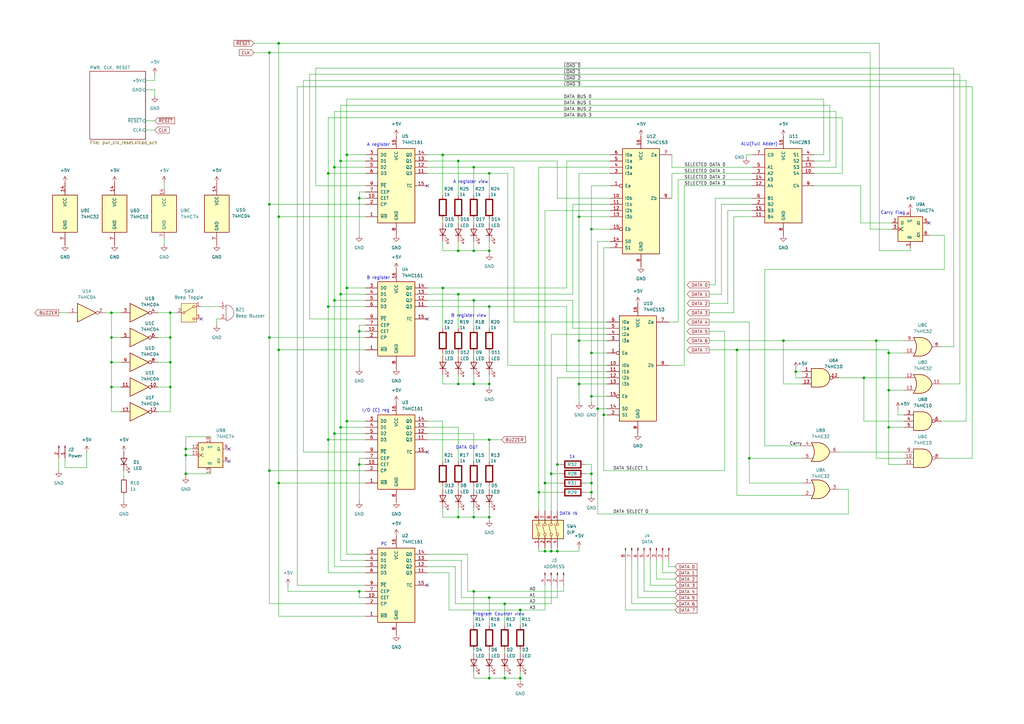
<source format=kicad_sch>
(kicad_sch (version 20231120) (generator "eeschema") (generator_version "8.0")
  (paper "A3")
  (title_block (title "TD4 Logic Diagram") (date "2024-08-14") (rev "3") (company "nikatech"))
  (junction (at 242.57 198.12))
  (junction (at 76.2 184.15))
  (junction (at 114.3 88.9))
  (junction (at 200.66 278.13))
  (junction (at 245.11 167.64))
  (junction (at 147.32 81.28))
  (junction (at 76.2 194.31))
  (junction (at 200.66 102.87))
  (junction (at 139.7 66.04))
  (junction (at 200.66 71.12))
  (junction (at 45.72 158.75))
  (junction (at 226.06 194.31))
  (junction (at 302.26 143.51))
  (junction (at 207.01 278.13))
  (junction (at 364.49 144.78))
  (junction (at 200.66 157.48))
  (junction (at 187.96 66.04))
  (junction (at 242.57 93.98))
  (junction (at 142.24 118.11))
  (junction (at 114.3 17.78))
  (junction (at 364.49 160.02))
  (junction (at 114.3 198.12))
  (junction (at 194.31 123.19))
  (junction (at 110.49 193.04))
  (junction (at 110.49 21.59))
  (junction (at 69.85 148.59))
  (junction (at 237.49 88.9))
  (junction (at 200.66 212.09))
  (junction (at 200.66 245.11))
  (junction (at 187.96 157.48))
  (junction (at 223.52 198.12))
  (junction (at 45.72 138.43))
  (junction (at 110.49 83.82))
  (junction (at 321.31 139.7))
  (junction (at 76.2 186.69))
  (junction (at 247.65 170.18))
  (junction (at 226.06 226.06))
  (junction (at 354.33 154.94))
  (junction (at 69.85 158.75))
  (junction (at 237.49 157.48))
  (junction (at 137.16 68.58))
  (junction (at 237.49 139.7))
  (junction (at 194.31 102.87))
  (junction (at 181.61 118.11))
  (junction (at 187.96 212.09))
  (junction (at 137.16 123.19))
  (junction (at 181.61 63.5))
  (junction (at 307.34 187.96))
  (junction (at 134.62 125.73))
  (junction (at 207.01 247.65))
  (junction (at 147.32 190.5))
  (junction (at 242.57 144.78))
  (junction (at 134.62 71.12))
  (junction (at 142.24 63.5))
  (junction (at 139.7 120.65))
  (junction (at 359.41 139.7))
  (junction (at 187.96 120.65))
  (junction (at 134.62 180.34))
  (junction (at 114.3 143.51))
  (junction (at 69.85 138.43))
  (junction (at 326.39 152.4))
  (junction (at 223.52 226.06))
  (junction (at 147.32 242.57))
  (junction (at 45.72 148.59))
  (junction (at 228.6 226.06))
  (junction (at 220.98 201.93))
  (junction (at 194.31 242.57))
  (junction (at 242.57 201.93))
  (junction (at 45.72 128.27))
  (junction (at 139.7 175.26))
  (junction (at 228.6 190.5))
  (junction (at 69.85 128.27))
  (junction (at 213.36 278.13))
  (junction (at 242.57 162.56))
  (junction (at 194.31 157.48))
  (junction (at 194.31 68.58))
  (junction (at 147.32 135.89))
  (junction (at 194.31 212.09))
  (junction (at 110.49 138.43))
  (junction (at 187.96 102.87))
  (junction (at 242.57 194.31))
  (junction (at 213.36 250.19))
  (junction (at 142.24 172.72))
  (junction (at 200.66 125.73))
  (junction (at 137.16 177.8))
  (junction (at 364.49 175.26))
  (junction (at 200.66 180.34))
  (no_connect (at 175.26 130.81))
  (no_connect (at 175.26 76.2))
  (no_connect (at 93.98 184.15))
  (no_connect (at 93.98 189.23))
  (no_connect (at 381 91.44))
  (no_connect (at 175.26 240.03))
  (no_connect (at 82.55 130.81))
  (no_connect (at 175.26 185.42))
  (wire (pts (xy 59.69 33.02) (xy 63.5 33.02)))
  (wire (pts (xy 269.24 229.87) (xy 269.24 237.49)))
  (wire (pts (xy 69.85 138.43) (xy 64.77 138.43)))
  (wire (pts (xy 313.69 182.88) (xy 328.93 182.88)))
  (wire (pts (xy 370.84 175.26) (xy 364.49 175.26)))
  (wire (pts (xy 242.57 93.98) (xy 250.19 93.98)))
  (wire (pts (xy 194.31 242.57) (xy 194.31 256.54)))
  (wire (pts (xy 337.82 63.5) (xy 337.82 40.64)))
  (wire (pts (xy 147.32 133.35) (xy 147.32 135.89)))
  (wire (pts (xy 200.66 125.73) (xy 232.41 125.73)))
  (wire (pts (xy 186.69 232.41) (xy 186.69 247.65)))
  (wire (pts (xy 353.06 91.44) (xy 365.76 91.44)))
  (wire (pts (xy 63.5 36.83) (xy 63.5 39.37)))
  (wire (pts (xy 373.38 102.87) (xy 360.68 102.87)))
  (wire (pts (xy 147.32 78.74) (xy 147.32 81.28)))
  (wire (pts (xy 326.39 151.13) (xy 326.39 152.4)))
  (wire (pts (xy 220.98 226.06) (xy 223.52 226.06)))
  (wire (pts (xy 200.66 180.34) (xy 200.66 189.23)))
  (wire (pts (xy 334.01 68.58) (xy 342.9 68.58)))
  (wire (pts (xy 76.2 179.07) (xy 76.2 184.15)))
  (wire (pts (xy 278.13 73.66) (xy 308.61 73.66)))
  (wire (pts (xy 234.95 123.19) (xy 234.95 134.62)))
  (wire (pts (xy 208.28 149.86) (xy 248.92 149.86)))
  (wire (pts (xy 280.67 76.2) (xy 308.61 76.2)))
  (wire (pts (xy 247.65 101.6) (xy 247.65 170.18)))
  (wire (pts (xy 293.37 81.28) (xy 308.61 81.28)))
  (wire (pts (xy 69.85 128.27) (xy 64.77 128.27)))
  (wire (pts (xy 189.23 245.11) (xy 200.66 245.11)))
  (wire (pts (xy 387.35 96.52) (xy 387.35 110.49)))
  (wire (pts (xy 200.66 157.48) (xy 194.31 157.48)))
  (wire (pts (xy 43.18 128.27) (xy 45.72 128.27)))
  (wire (pts (xy 213.36 275.59) (xy 213.36 278.13)))
  (wire (pts (xy 210.82 132.08) (xy 248.92 132.08)))
  (wire (pts (xy 69.85 138.43) (xy 69.85 148.59)))
  (wire (pts (xy 213.36 250.19) (xy 213.36 256.54)))
  (wire (pts (xy 290.83 128.27) (xy 300.99 128.27)))
  (wire (pts (xy 261.62 245.11) (xy 276.86 245.11)))
  (wire (pts (xy 200.66 144.78) (xy 200.66 146.05)))
  (wire (pts (xy 242.57 144.78) (xy 242.57 162.56)))
  (wire (pts (xy 360.68 102.87) (xy 360.68 17.78)))
  (wire (pts (xy 386.08 172.72) (xy 396.24 172.72)))
  (wire (pts (xy 200.66 278.13) (xy 194.31 278.13)))
  (wire (pts (xy 391.16 27.94) (xy 391.16 142.24)))
  (wire (pts (xy 142.24 172.72) (xy 142.24 118.11)))
  (wire (pts (xy 297.18 135.89) (xy 297.18 193.04)))
  (wire (pts (xy 242.57 144.78) (xy 248.92 144.78)))
  (wire (pts (xy 194.31 153.67) (xy 194.31 157.48)))
  (wire (pts (xy 232.41 118.11) (xy 232.41 66.04)))
  (wire (pts (xy 334.01 63.5) (xy 337.82 63.5)))
  (wire (pts (xy 228.6 226.06) (xy 237.49 226.06)))
  (wire (pts (xy 134.62 234.95) (xy 134.62 180.34)))
  (wire (pts (xy 295.91 120.65) (xy 295.91 83.82)))
  (wire (pts (xy 370.84 187.96) (xy 359.41 187.96)))
  (wire (pts (xy 200.66 208.28) (xy 200.66 212.09)))
  (wire (pts (xy 271.78 234.95) (xy 276.86 234.95)))
  (wire (pts (xy 181.61 118.11) (xy 232.41 118.11)))
  (wire (pts (xy 187.96 90.17) (xy 187.96 91.44)))
  (wire (pts (xy 181.61 153.67) (xy 181.61 157.48)))
  (wire (pts (xy 340.36 43.18) (xy 139.7 43.18)))
  (wire (pts (xy 220.98 224.79) (xy 220.98 226.06)))
  (wire (pts (xy 226.06 240.03) (xy 226.06 247.65)))
  (wire (pts (xy 118.11 240.03) (xy 118.11 242.57)))
  (wire (pts (xy 194.31 68.58) (xy 210.82 68.58)))
  (wire (pts (xy 50.8 203.2) (xy 50.8 205.74)))
  (wire (pts (xy 147.32 81.28) (xy 147.32 96.52)))
  (wire (pts (xy 76.2 194.31) (xy 76.2 195.58)))
  (wire (pts (xy 223.52 240.03) (xy 223.52 250.19)))
  (wire (pts (xy 45.72 138.43) (xy 45.72 128.27)))
  (wire (pts (xy 237.49 157.48) (xy 248.92 157.48)))
  (wire (pts (xy 213.36 266.7) (xy 213.36 267.97)))
  (wire (pts (xy 124.46 185.42) (xy 149.86 185.42)))
  (wire (pts (xy 223.52 224.79) (xy 223.52 226.06)))
  (wire (pts (xy 86.36 179.07) (xy 76.2 179.07)))
  (wire (pts (xy 184.15 250.19) (xy 213.36 250.19)))
  (wire (pts (xy 245.11 167.64) (xy 245.11 210.82)))
  (wire (pts (xy 347.98 200.66) (xy 347.98 210.82)))
  (wire (pts (xy 175.26 66.04) (xy 187.96 66.04)))
  (wire (pts (xy 234.95 83.82) (xy 250.19 83.82)))
  (wire (pts (xy 110.49 83.82) (xy 149.86 83.82)))
  (wire (pts (xy 226.06 194.31) (xy 229.87 194.31)))
  (wire (pts (xy 278.13 132.08) (xy 274.32 132.08)))
  (wire (pts (xy 250.19 71.12) (xy 237.49 71.12)))
  (wire (pts (xy 237.49 226.06) (xy 237.49 224.79)))
  (wire (pts (xy 302.26 143.51) (xy 302.26 203.2)))
  (wire (pts (xy 86.36 194.31) (xy 76.2 194.31)))
  (wire (pts (xy 110.49 193.04) (xy 110.49 247.65)))
  (wire (pts (xy 364.49 144.78) (xy 370.84 144.78)))
  (wire (pts (xy 147.32 190.5) (xy 149.86 190.5)))
  (wire (pts (xy 264.16 242.57) (xy 276.86 242.57)))
  (wire (pts (xy 340.36 66.04) (xy 340.36 43.18)))
  (wire (pts (xy 200.66 245.11) (xy 228.6 245.11)))
  (wire (pts (xy 137.16 123.19) (xy 137.16 177.8)))
  (wire (pts (xy 114.3 17.78) (xy 360.68 17.78)))
  (wire (pts (xy 370.84 172.72) (xy 354.33 172.72)))
  (wire (pts (xy 45.72 148.59) (xy 45.72 138.43)))
  (wire (pts (xy 35.56 185.42) (xy 35.56 191.77)))
  (wire (pts (xy 328.93 154.94) (xy 326.39 154.94)))
  (wire (pts (xy 35.56 191.77) (xy 26.67 191.77)))
  (wire (pts (xy 364.49 143.51) (xy 364.49 144.78)))
  (wire (pts (xy 364.49 175.26) (xy 364.49 160.02)))
  (wire (pts (xy 104.14 17.78) (xy 114.3 17.78)))
  (wire (pts (xy 226.06 224.79) (xy 226.06 226.06)))
  (wire (pts (xy 187.96 157.48) (xy 181.61 157.48)))
  (wire (pts (xy 175.26 123.19) (xy 194.31 123.19)))
  (wire (pts (xy 147.32 205.74) (xy 147.32 190.5)))
  (wire (pts (xy 321.31 157.48) (xy 328.93 157.48)))
  (wire (pts (xy 134.62 125.73) (xy 134.62 71.12)))
  (wire (pts (xy 237.49 157.48) (xy 237.49 165.1)))
  (wire (pts (xy 194.31 208.28) (xy 194.31 212.09)))
  (wire (pts (xy 266.7 229.87) (xy 266.7 240.03)))
  (wire (pts (xy 134.62 180.34) (xy 134.62 125.73)))
  (wire (pts (xy 226.06 137.16) (xy 248.92 137.16)))
  (wire (pts (xy 175.26 232.41) (xy 186.69 232.41)))
  (wire (pts (xy 354.33 172.72) (xy 354.33 154.94)))
  (wire (pts (xy 231.14 240.03) (xy 231.14 242.57)))
  (wire (pts (xy 110.49 247.65) (xy 149.86 247.65)))
  (wire (pts (xy 274.32 232.41) (xy 276.86 232.41)))
  (wire (pts (xy 137.16 68.58) (xy 149.86 68.58)))
  (wire (pts (xy 266.7 240.03) (xy 276.86 240.03)))
  (wire (pts (xy 67.31 74.93) (xy 67.31 77.47)))
  (wire (pts (xy 306.07 64.77) (xy 306.07 63.5)))
  (wire (pts (xy 391.16 27.94) (xy 129.54 27.94)))
  (wire (pts (xy 118.11 242.57) (xy 147.32 242.57)))
  (wire (pts (xy 187.96 199.39) (xy 187.96 200.66)))
  (wire (pts (xy 259.08 229.87) (xy 259.08 247.65)))
  (wire (pts (xy 200.66 125.73) (xy 200.66 134.62)))
  (wire (pts (xy 250.19 76.2) (xy 242.57 76.2)))
  (wire (pts (xy 88.9 130.81) (xy 88.9 133.35)))
  (wire (pts (xy 213.36 250.19) (xy 223.52 250.19)))
  (wire (pts (xy 207.01 278.13) (xy 200.66 278.13)))
  (wire (pts (xy 114.3 198.12) (xy 114.3 252.73)))
  (wire (pts (xy 187.96 99.06) (xy 187.96 102.87)))
  (wire (pts (xy 69.85 128.27) (xy 69.85 138.43)))
  (wire (pts (xy 250.19 68.58) (xy 220.98 68.58)))
  (wire (pts (xy 368.3 167.64) (xy 368.3 170.18)))
  (wire (pts (xy 147.32 133.35) (xy 149.86 133.35)))
  (wire (pts (xy 302.26 143.51) (xy 364.49 143.51)))
  (wire (pts (xy 313.69 110.49) (xy 313.69 182.88)))
  (wire (pts (xy 321.31 139.7) (xy 359.41 139.7)))
  (wire (pts (xy 345.44 48.26) (xy 134.62 48.26)))
  (wire (pts (xy 237.49 139.7) (xy 248.92 139.7)))
  (wire (pts (xy 127 30.48) (xy 393.7 30.48)))
  (wire (pts (xy 142.24 227.33) (xy 142.24 172.72)))
  (wire (pts (xy 194.31 144.78) (xy 194.31 146.05)))
  (wire (pts (xy 45.72 158.75) (xy 45.72 148.59)))
  (wire (pts (xy 149.86 227.33) (xy 142.24 227.33)))
  (wire (pts (xy 194.31 99.06) (xy 194.31 102.87)))
  (wire (pts (xy 326.39 154.94) (xy 326.39 152.4)))
  (wire (pts (xy 45.72 168.91) (xy 49.53 168.91)))
  (wire (pts (xy 373.38 101.6) (xy 373.38 102.87)))
  (wire (pts (xy 242.57 194.31) (xy 242.57 198.12)))
  (wire (pts (xy 250.19 99.06) (xy 245.11 99.06)))
  (wire (pts (xy 290.83 120.65) (xy 295.91 120.65)))
  (wire (pts (xy 200.66 213.36) (xy 200.66 212.09)))
  (wire (pts (xy 242.57 190.5) (xy 242.57 194.31)))
  (wire (pts (xy 247.65 170.18) (xy 247.65 193.04)))
  (wire (pts (xy 396.24 172.72) (xy 396.24 33.02)))
  (wire (pts (xy 342.9 68.58) (xy 342.9 45.72)))
  (wire (pts (xy 149.86 180.34) (xy 134.62 180.34)))
  (wire (pts (xy 261.62 229.87) (xy 261.62 245.11)))
  (wire (pts (xy 275.59 71.12) (xy 275.59 81.28)))
  (wire (pts (xy 24.13 128.27) (xy 27.94 128.27)))
  (wire (pts (xy 234.95 134.62) (xy 248.92 134.62)))
  (wire (pts (xy 269.24 237.49) (xy 276.86 237.49)))
  (wire (pts (xy 181.61 144.78) (xy 181.61 146.05)))
  (wire (pts (xy 139.7 175.26) (xy 139.7 120.65)))
  (wire (pts (xy 149.86 120.65) (xy 139.7 120.65)))
  (wire (pts (xy 274.32 149.86) (xy 280.67 149.86)))
  (wire (pts (xy 187.96 66.04) (xy 228.6 66.04)))
  (wire (pts (xy 110.49 193.04) (xy 149.86 193.04)))
  (wire (pts (xy 293.37 116.84) (xy 293.37 81.28)))
  (wire (pts (xy 147.32 242.57) (xy 147.32 245.11)))
  (wire (pts (xy 342.9 45.72) (xy 137.16 45.72)))
  (wire (pts (xy 175.26 71.12) (xy 200.66 71.12)))
  (wire (pts (xy 110.49 83.82) (xy 110.49 138.43)))
  (wire (pts (xy 181.61 172.72) (xy 181.61 189.23)))
  (wire (pts (xy 359.41 187.96) (xy 359.41 139.7)))
  (wire (pts (xy 264.16 229.87) (xy 264.16 242.57)))
  (wire (pts (xy 226.06 137.16) (xy 226.06 194.31)))
  (wire (pts (xy 298.45 86.36) (xy 308.61 86.36)))
  (wire (pts (xy 200.66 158.75) (xy 200.66 157.48)))
  (wire (pts (xy 194.31 68.58) (xy 194.31 80.01)))
  (wire (pts (xy 114.3 88.9) (xy 114.3 143.51)))
  (wire (pts (xy 175.26 175.26) (xy 187.96 175.26)))
  (wire (pts (xy 290.83 124.46) (xy 298.45 124.46)))
  (wire (pts (xy 228.6 224.79) (xy 228.6 226.06)))
  (wire (pts (xy 78.74 184.15) (xy 76.2 184.15)))
  (wire (pts (xy 232.41 125.73) (xy 232.41 152.4)))
  (wire (pts (xy 278.13 132.08) (xy 278.13 73.66)))
  (wire (pts (xy 237.49 139.7) (xy 237.49 157.48)))
  (wire (pts (xy 59.69 36.83) (xy 63.5 36.83)))
  (wire (pts (xy 149.86 234.95) (xy 134.62 234.95)))
  (wire (pts (xy 134.62 71.12) (xy 149.86 71.12)))
  (wire (pts (xy 110.49 138.43) (xy 110.49 193.04)))
  (wire (pts (xy 49.53 138.43) (xy 45.72 138.43)))
  (wire (pts (xy 240.03 190.5) (xy 242.57 190.5)))
  (wire (pts (xy 175.26 180.34) (xy 200.66 180.34)))
  (wire (pts (xy 147.32 187.96) (xy 147.32 190.5)))
  (wire (pts (xy 175.26 227.33) (xy 191.77 227.33)))
  (wire (pts (xy 147.32 81.28) (xy 149.86 81.28)))
  (wire (pts (xy 181.61 63.5) (xy 250.19 63.5)))
  (wire (pts (xy 300.99 128.27) (xy 300.99 88.9)))
  (wire (pts (xy 200.66 199.39) (xy 200.66 200.66)))
  (wire (pts (xy 149.86 118.11) (xy 142.24 118.11)))
  (wire (pts (xy 137.16 68.58) (xy 137.16 123.19)))
  (wire (pts (xy 149.86 172.72) (xy 142.24 172.72)))
  (wire (pts (xy 307.34 187.96) (xy 328.93 187.96)))
  (wire (pts (xy 45.72 148.59) (xy 49.53 148.59)))
  (wire (pts (xy 213.36 278.13) (xy 207.01 278.13)))
  (wire (pts (xy 298.45 86.36) (xy 298.45 124.46)))
  (wire (pts (xy 139.7 43.18) (xy 139.7 66.04)))
  (wire (pts (xy 45.72 168.91) (xy 45.72 158.75)))
  (wire (pts (xy 50.8 195.58) (xy 50.8 193.04)))
  (wire (pts (xy 186.69 247.65) (xy 207.01 247.65)))
  (wire (pts (xy 326.39 152.4) (xy 328.93 152.4)))
  (wire (pts (xy 200.66 275.59) (xy 200.66 278.13)))
  (wire (pts (xy 189.23 245.11) (xy 189.23 229.87)))
  (wire (pts (xy 242.57 76.2) (xy 242.57 93.98)))
  (wire (pts (xy 232.41 152.4) (xy 248.92 152.4)))
  (wire (pts (xy 149.86 232.41) (xy 137.16 232.41)))
  (wire (pts (xy 194.31 157.48) (xy 187.96 157.48)))
  (wire (pts (xy 240.03 194.31) (xy 242.57 194.31)))
  (wire (pts (xy 200.66 153.67) (xy 200.66 157.48)))
  (wire (pts (xy 175.26 63.5) (xy 181.61 63.5)))
  (wire (pts (xy 114.3 143.51) (xy 149.86 143.51)))
  (wire (pts (xy 240.03 201.93) (xy 242.57 201.93)))
  (wire (pts (xy 220.98 201.93) (xy 229.87 201.93)))
  (wire (pts (xy 226.06 226.06) (xy 228.6 226.06)))
  (wire (pts (xy 337.82 40.64) (xy 142.24 40.64)))
  (wire (pts (xy 200.66 102.87) (xy 194.31 102.87)))
  (wire (pts (xy 274.32 229.87) (xy 274.32 232.41)))
  (wire (pts (xy 200.66 180.34) (xy 205.74 180.34)))
  (wire (pts (xy 24.13 187.96) (xy 24.13 193.04)))
  (wire (pts (xy 187.96 120.65) (xy 234.95 120.65)))
  (wire (pts (xy 200.66 90.17) (xy 200.66 91.44)))
  (wire (pts (xy 200.66 99.06) (xy 200.66 102.87)))
  (wire (pts (xy 127 30.48) (xy 127 130.81)))
  (wire (pts (xy 142.24 63.5) (xy 149.86 63.5)))
  (wire (pts (xy 194.31 90.17) (xy 194.31 91.44)))
  (wire (pts (xy 228.6 154.94) (xy 228.6 190.5)))
  (wire (pts (xy 194.31 266.7) (xy 194.31 267.97)))
  (wire (pts (xy 142.24 118.11) (xy 142.24 63.5)))
  (wire (pts (xy 334.01 76.2) (xy 353.06 76.2)))
  (wire (pts (xy 59.69 49.53) (xy 63.5 49.53)))
  (wire (pts (xy 256.54 250.19) (xy 276.86 250.19)))
  (wire (pts (xy 149.86 229.87) (xy 139.7 229.87)))
  (wire (pts (xy 237.49 88.9) (xy 237.49 139.7)))
  (wire (pts (xy 242.57 165.1) (xy 242.57 162.56)))
  (wire (pts (xy 187.96 212.09) (xy 181.61 212.09)))
  (wire (pts (xy 175.26 172.72) (xy 181.61 172.72)))
  (wire (pts (xy 387.35 110.49) (xy 313.69 110.49)))
  (wire (pts (xy 290.83 139.7) (xy 321.31 139.7)))
  (wire (pts (xy 208.28 71.12) (xy 208.28 149.86)))
  (wire (pts (xy 134.62 48.26) (xy 134.62 71.12)))
  (wire (pts (xy 69.85 128.27) (xy 72.39 128.27)))
  (wire (pts (xy 45.72 128.27) (xy 49.53 128.27)))
  (wire (pts (xy 121.92 240.03) (xy 149.86 240.03)))
  (wire (pts (xy 45.72 158.75) (xy 49.53 158.75)))
  (wire (pts (xy 26.67 191.77) (xy 26.67 187.96)))
  (wire (pts (xy 250.19 86.36) (xy 223.52 86.36)))
  (wire (pts (xy 175.26 234.95) (xy 184.15 234.95)))
  (wire (pts (xy 149.86 187.96) (xy 147.32 187.96)))
  (wire (pts (xy 175.26 229.87) (xy 189.23 229.87)))
  (wire (pts (xy 194.31 102.87) (xy 187.96 102.87)))
  (wire (pts (xy 237.49 88.9) (xy 250.19 88.9)))
  (wire (pts (xy 334.01 66.04) (xy 340.36 66.04)))
  (wire (pts (xy 248.92 154.94) (xy 228.6 154.94)))
  (wire (pts (xy 187.96 66.04) (xy 187.96 80.01)))
  (wire (pts (xy 175.26 120.65) (xy 187.96 120.65)))
  (wire (pts (xy 110.49 21.59) (xy 110.49 83.82)))
  (wire (pts (xy 181.61 199.39) (xy 181.61 200.66)))
  (wire (pts (xy 149.86 177.8) (xy 137.16 177.8)))
  (wire (pts (xy 334.01 71.12) (xy 345.44 71.12)))
  (wire (pts (xy 121.92 35.56) (xy 121.92 240.03)))
  (wire (pts (xy 200.66 71.12) (xy 208.28 71.12)))
  (wire (pts (xy 359.41 139.7) (xy 370.84 139.7)))
  (wire (pts (xy 228.6 240.03) (xy 228.6 245.11)))
  (wire (pts (xy 129.54 27.94) (xy 129.54 76.2)))
  (wire (pts (xy 242.57 162.56) (xy 248.92 162.56)))
  (wire (pts (xy 307.34 198.12) (xy 307.34 187.96)))
  (wire (pts (xy 242.57 93.98) (xy 242.57 144.78)))
  (wire (pts (xy 200.66 71.12) (xy 200.66 80.01)))
  (wire (pts (xy 187.96 208.28) (xy 187.96 212.09)))
  (wire (pts (xy 207.01 256.54) (xy 207.01 247.65)))
  (wire (pts (xy 280.67 149.86) (xy 280.67 76.2)))
  (wire (pts (xy 275.59 68.58) (xy 308.61 68.58)))
  (wire (pts (xy 223.52 198.12) (xy 229.87 198.12)))
  (wire (pts (xy 175.26 68.58) (xy 194.31 68.58)))
  (wire (pts (xy 69.85 148.59) (xy 64.77 148.59)))
  (wire (pts (xy 370.84 190.5) (xy 364.49 190.5)))
  (wire (pts (xy 381 96.52) (xy 387.35 96.52)))
  (wire (pts (xy 228.6 190.5) (xy 229.87 190.5)))
  (wire (pts (xy 344.17 185.42) (xy 370.84 185.42)))
  (wire (pts (xy 220.98 201.93) (xy 220.98 209.55)))
  (wire (pts (xy 187.96 144.78) (xy 187.96 146.05)))
  (wire (pts (xy 232.41 66.04) (xy 250.19 66.04)))
  (wire (pts (xy 200.66 245.11) (xy 200.66 256.54)))
  (wire (pts (xy 110.49 138.43) (xy 149.86 138.43)))
  (wire (pts (xy 184.15 234.95) (xy 184.15 250.19)))
  (wire (pts (xy 69.85 148.59) (xy 69.85 158.75)))
  (wire (pts (xy 290.83 132.08) (xy 307.34 132.08)))
  (wire (pts (xy 114.3 252.73) (xy 149.86 252.73)))
  (wire (pts (xy 370.84 160.02) (xy 364.49 160.02)))
  (wire (pts (xy 76.2 184.15) (xy 76.2 186.69)))
  (wire (pts (xy 228.6 81.28) (xy 250.19 81.28)))
  (wire (pts (xy 398.78 187.96) (xy 398.78 35.56)))
  (wire (pts (xy 223.52 198.12) (xy 223.52 209.55)))
  (wire (pts (xy 364.49 160.02) (xy 364.49 144.78)))
  (wire (pts (xy 245.11 99.06) (xy 245.11 167.64)))
  (wire (pts (xy 191.77 242.57) (xy 194.31 242.57)))
  (wire (pts (xy 275.59 63.5) (xy 275.59 68.58)))
  (wire (pts (xy 345.44 71.12) (xy 345.44 48.26)))
  (wire (pts (xy 391.16 142.24) (xy 386.08 142.24)))
  (wire (pts (xy 149.86 125.73) (xy 134.62 125.73)))
  (wire (pts (xy 200.66 212.09) (xy 194.31 212.09)))
  (wire (pts (xy 271.78 229.87) (xy 271.78 234.95)))
  (wire (pts (xy 368.3 170.18) (xy 370.84 170.18)))
  (wire (pts (xy 344.17 200.66) (xy 347.98 200.66)))
  (wire (pts (xy 353.06 76.2) (xy 353.06 91.44)))
  (wire (pts (xy 226.06 194.31) (xy 226.06 209.55)))
  (wire (pts (xy 200.66 266.7) (xy 200.66 267.97)))
  (wire (pts (xy 207.01 266.7) (xy 207.01 267.97)))
  (wire (pts (xy 149.86 123.19) (xy 137.16 123.19)))
  (wire (pts (xy 139.7 229.87) (xy 139.7 175.26)))
  (wire (pts (xy 137.16 45.72) (xy 137.16 68.58)))
  (wire (pts (xy 306.07 63.5) (xy 308.61 63.5)))
  (wire (pts (xy 386.08 187.96) (xy 398.78 187.96)))
  (wire (pts (xy 393.7 157.48) (xy 393.7 30.48)))
  (wire (pts (xy 114.3 143.51) (xy 114.3 198.12)))
  (wire (pts (xy 290.83 116.84) (xy 293.37 116.84)))
  (wire (pts (xy 245.11 167.64) (xy 248.92 167.64)))
  (wire (pts (xy 347.98 210.82) (xy 245.11 210.82)))
  (wire (pts (xy 194.31 212.09) (xy 187.96 212.09)))
  (wire (pts (xy 228.6 66.04) (xy 228.6 81.28)))
  (wire (pts (xy 356.87 21.59) (xy 356.87 93.98)))
  (wire (pts (xy 104.14 21.59) (xy 110.49 21.59)))
  (wire (pts (xy 194.31 199.39) (xy 194.31 200.66)))
  (wire (pts (xy 181.61 208.28) (xy 181.61 212.09)))
  (wire (pts (xy 69.85 158.75) (xy 69.85 168.91)))
  (wire (pts (xy 247.65 170.18) (xy 248.92 170.18)))
  (wire (pts (xy 194.31 177.8) (xy 194.31 189.23)))
  (wire (pts (xy 275.59 71.12) (xy 308.61 71.12)))
  (wire (pts (xy 237.49 71.12) (xy 237.49 88.9)))
  (wire (pts (xy 175.26 118.11) (xy 181.61 118.11)))
  (wire (pts (xy 300.99 88.9) (xy 308.61 88.9)))
  (wire (pts (xy 242.57 198.12) (xy 242.57 201.93)))
  (wire (pts (xy 181.61 90.17) (xy 181.61 91.44)))
  (wire (pts (xy 223.52 226.06) (xy 226.06 226.06)))
  (wire (pts (xy 181.61 118.11) (xy 181.61 134.62)))
  (wire (pts (xy 191.77 242.57) (xy 191.77 227.33)))
  (wire (pts (xy 290.83 143.51) (xy 302.26 143.51)))
  (wire (pts (xy 364.49 190.5) (xy 364.49 175.26)))
  (wire (pts (xy 194.31 123.19) (xy 234.95 123.19)))
  (wire (pts (xy 88.9 130.81) (xy 90.17 130.81)))
  (wire (pts (xy 69.85 168.91) (xy 64.77 168.91)))
  (wire (pts (xy 302.26 203.2) (xy 328.93 203.2)))
  (wire (pts (xy 187.96 120.65) (xy 187.96 134.62)))
  (wire (pts (xy 242.57 201.93) (xy 242.57 203.2)))
  (wire (pts (xy 181.61 99.06) (xy 181.61 102.87)))
  (wire (pts (xy 213.36 278.13) (xy 213.36 279.4)))
  (wire (pts (xy 234.95 120.65) (xy 234.95 83.82)))
  (wire (pts (xy 207.01 275.59) (xy 207.01 278.13)))
  (wire (pts (xy 110.49 21.59) (xy 356.87 21.59)))
  (wire (pts (xy 142.24 40.64) (xy 142.24 63.5)))
  (wire (pts (xy 124.46 33.02) (xy 396.24 33.02)))
  (wire (pts (xy 187.96 175.26) (xy 187.96 189.23)))
  (wire (pts (xy 207.01 247.65) (xy 226.06 247.65)))
  (wire (pts (xy 356.87 93.98) (xy 365.76 93.98)))
  (wire (pts (xy 354.33 154.94) (xy 370.84 154.94)))
  (wire (pts (xy 220.98 68.58) (xy 220.98 201.93)))
  (wire (pts (xy 59.69 53.34) (xy 63.5 53.34)))
  (wire (pts (xy 240.03 198.12) (xy 242.57 198.12)))
  (wire (pts (xy 307.34 132.08) (xy 307.34 187.96)))
  (wire (pts (xy 200.66 104.14) (xy 200.66 102.87)))
  (wire (pts (xy 187.96 153.67) (xy 187.96 157.48)))
  (wire (pts (xy 307.34 198.12) (xy 328.93 198.12)))
  (wire (pts (xy 194.31 275.59) (xy 194.31 278.13)))
  (wire (pts (xy 114.3 88.9) (xy 149.86 88.9)))
  (wire (pts (xy 210.82 68.58) (xy 210.82 132.08)))
  (wire (pts (xy 259.08 247.65) (xy 276.86 247.65)))
  (wire (pts (xy 137.16 177.8) (xy 137.16 232.41)))
  (wire (pts (xy 147.32 151.13) (xy 147.32 135.89)))
  (wire (pts (xy 175.26 125.73) (xy 200.66 125.73)))
  (wire (pts (xy 344.17 154.94) (xy 354.33 154.94)))
  (wire (pts (xy 149.86 175.26) (xy 139.7 175.26)))
  (wire (pts (xy 194.31 242.57) (xy 231.14 242.57)))
  (wire (pts (xy 124.46 33.02) (xy 124.46 185.42)))
  (wire (pts (xy 175.26 177.8) (xy 194.31 177.8)))
  (wire (pts (xy 82.55 125.73) (xy 90.17 125.73)))
  (wire (pts (xy 69.85 158.75) (xy 64.77 158.75)))
  (wire (pts (xy 121.92 35.56) (xy 398.78 35.56)))
  (wire (pts (xy 127 130.81) (xy 149.86 130.81)))
  (wire (pts (xy 67.31 100.33) (xy 67.31 97.79)))
  (wire (pts (xy 78.74 186.69) (xy 76.2 186.69)))
  (wire (pts (xy 256.54 229.87) (xy 256.54 250.19)))
  (wire (pts (xy 63.5 33.02) (xy 63.5 30.48)))
  (wire (pts (xy 139.7 120.65) (xy 139.7 66.04)))
  (wire (pts (xy 149.86 78.74) (xy 147.32 78.74)))
  (wire (pts (xy 181.61 63.5) (xy 181.61 80.01)))
  (wire (pts (xy 223.52 86.36) (xy 223.52 198.12)))
  (wire (pts (xy 247.65 193.04) (xy 297.18 193.04)))
  (wire (pts (xy 147.32 245.11) (xy 149.86 245.11)))
  (wire (pts (xy 114.3 198.12) (xy 149.86 198.12)))
  (wire (pts (xy 147.32 135.89) (xy 149.86 135.89)))
  (wire (pts (xy 129.54 76.2) (xy 149.86 76.2)))
  (wire (pts (xy 187.96 102.87) (xy 181.61 102.87)))
  (wire (pts (xy 290.83 135.89) (xy 297.18 135.89)))
  (wire (pts (xy 76.2 186.69) (xy 76.2 194.31)))
  (wire (pts (xy 321.31 139.7) (xy 321.31 157.48)))
  (wire (pts (xy 228.6 190.5) (xy 228.6 209.55)))
  (wire (pts (xy 295.91 83.82) (xy 308.61 83.82)))
  (wire (pts (xy 250.19 101.6) (xy 247.65 101.6)))
  (wire (pts (xy 114.3 17.78) (xy 114.3 88.9)))
  (wire (pts (xy 139.7 66.04) (xy 149.86 66.04)))
  (wire (pts (xy 149.86 242.57) (xy 147.32 242.57)))
  (wire (pts (xy 194.31 123.19) (xy 194.31 134.62)))
  (wire (pts (xy 386.08 157.48) (xy 393.7 157.48)))
  (text "ALU(Full Adder)" (at 311.404 59.182 0) (effects (font (size 1.27 1.27))))
  (text "A register view" (at 193.04 74.676 0) (effects (font (size 1.27 1.27))))
  (text "DATA OUT\n\n" (at 191.516 184.658 0) (effects (font (size 1.27 1.27))))
  (text "B register" (at 155.194 114.046 0) (effects (font (size 1.27 1.27))))
  (text "PC" (at 157.48 223.266 0) (effects (font (size 1.27 1.27))))
  (text "I/O (C) reg" (at 154.178 168.402 0) (effects (font (size 1.27 1.27))))
  (text "Program Counter view" (at 204.47 251.968 0) (effects (font (size 1.27 1.27))))
  (text "B register view" (at 192.278 129.54 0) (effects (font (size 1.27 1.27))))
  (text "A register" (at 155.194 59.436 0) (effects (font (size 1.27 1.27))))
  (text "DATA IN" (at 233.172 210.82 0) (effects (font (size 1.27 1.27))))
  (text "1k" (at 234.696 187.452 0) (effects (font (size 1.27 1.27))))
  (text "Carry Flag" (at 366.268 87.376 0) (effects (font (size 1.27 1.27))))
  (label "DATA BUS 2" (at 231.14 45.72 0))
  (label "SELECTED DATA 3" (at 280.67 76.2 0))
  (label "DATA BUS 3" (at 231.14 48.26 0))
  (label "~{LOAD 2}" (at 231.14 33.02 0))
  (label "SELECTED DATA 1" (at 280.67 71.12 0))
  (label "SELECTED DATA 0" (at 280.67 68.58 0))
  (label "A0" (at 217.17 242.57 0))
  (label "SELECTED DATA 2" (at 280.67 73.66 0))
  (label "A1" (at 217.17 245.11 0))
  (label "DATA BUS 0" (at 231.14 40.64 0))
  (label "A2" (at 217.17 247.65 0))
  (label "DATA BUS 1" (at 231.14 43.18 0))
  (label "~{LOAD 1}" (at 231.14 30.48 0))
  (label "~{LOAD 0}" (at 231.14 27.94 0))
  (label "Carry" (at 323.85 182.88 0))
  (label "~{LOAD 3}" (at 231.14 35.56 0))
  (label "DATA SELECT 1" (at 251.46 193.04 0))
  (label "A3" (at 217.17 250.19 0))
  (label "DATA SELECT 0" (at 251.46 210.82 0))
  (global_label "DATA 4" (shape output) (at 290.83 132.08 180) (property "Intersheetrefs" "${INTERSHEET_REFS}" (effects (hide yes))))
  (global_label "BUZZER" (shape input) (at 205.74 180.34 0) (property "Intersheetrefs" "${INTERSHEET_REFS}" (effects (hide yes))))
  (global_label "DATA 6" (shape output) (at 290.83 139.7 180) (property "Intersheetrefs" "${INTERSHEET_REFS}" (effects (hide yes))))
  (global_label "DATA 2" (shape input) (at 276.86 237.49 0) (property "Intersheetrefs" "${INTERSHEET_REFS}" (effects (hide yes))))
  (global_label "DATA 3" (shape input) (at 276.86 240.03 0) (property "Intersheetrefs" "${INTERSHEET_REFS}" (effects (hide yes))))
  (global_label "CLK" (shape input) (at 104.14 21.59 180) (property "Intersheetrefs" "${INTERSHEET_REFS}" (effects (hide yes))))
  (global_label "DATA 3" (shape output) (at 290.83 128.27 180) (property "Intersheetrefs" "${INTERSHEET_REFS}" (effects (hide yes))))
  (global_label "~{RESET}" (shape input) (at 104.14 17.78 180) (property "Intersheetrefs" "${INTERSHEET_REFS}" (effects (hide yes))))
  (global_label "DATA 5" (shape input) (at 276.86 245.11 0) (property "Intersheetrefs" "${INTERSHEET_REFS}" (effects (hide yes))))
  (global_label "DATA 2" (shape output) (at 290.83 124.46 180) (property "Intersheetrefs" "${INTERSHEET_REFS}" (effects (hide yes))))
  (global_label "DATA 5" (shape output) (at 290.83 135.89 180) (property "Intersheetrefs" "${INTERSHEET_REFS}" (effects (hide yes))))
  (global_label "DATA 0" (shape input) (at 276.86 232.41 0) (property "Intersheetrefs" "${INTERSHEET_REFS}" (effects (hide yes))))
  (global_label "DATA 4" (shape input) (at 276.86 242.57 0) (property "Intersheetrefs" "${INTERSHEET_REFS}" (effects (hide yes))))
  (global_label "BUZZER" (shape output) (at 24.13 128.27 180) (property "Intersheetrefs" "${INTERSHEET_REFS}" (effects (hide yes))))
  (global_label "DATA 1" (shape input) (at 276.86 234.95 0) (property "Intersheetrefs" "${INTERSHEET_REFS}" (effects (hide yes))))
  (global_label "DATA 1" (shape output) (at 290.83 120.65 180) (property "Intersheetrefs" "${INTERSHEET_REFS}" (effects (hide yes))))
  (global_label "DATA 6" (shape input) (at 276.86 247.65 0) (property "Intersheetrefs" "${INTERSHEET_REFS}" (effects (hide yes))))
  (global_label "~{RESET}" (shape input) (at 63.5 49.53 0) (property "Intersheetrefs" "${INTERSHEET_REFS}" (effects (hide yes))))
  (global_label "CLK" (shape input) (at 63.5 53.34 0) (property "Intersheetrefs" "${INTERSHEET_REFS}" (effects (hide yes))))
  (global_label "DATA 7" (shape output) (at 290.83 143.51 180) (property "Intersheetrefs" "${INTERSHEET_REFS}" (effects (hide yes))))
  (global_label "DATA 7" (shape input) (at 276.86 250.19 0) (property "Intersheetrefs" "${INTERSHEET_REFS}" (effects (hide yes))))
  (global_label "DATA 0" (shape output) (at 290.83 116.84 180) (property "Intersheetrefs" "${INTERSHEET_REFS}" (effects (hide yes))))
  (symbol (lib_id "power:+5V") (at 237.49 224.79 0) (unit 1)
    (property "Reference" "#PWR061" (effects (hide yes)))
    (property "Value" "+5V" (at 237.49 219.71 0))
    (property "Description" "Power symbol creates a global label with name \"+5V\"" (effects (hide yes)))
  )
  (symbol (lib_id "Device:LED") (at 200.66 95.25 90) (unit 1)
    (property "Reference" "D14" (at 201.422 89.916 90) (effects (justify right)))
    (property "Value" "LED" (at 201.422 92.456 90) (effects (justify right)))
    (property "Footprint" "LED_THT:LED_D3.0mm" (effects (hide yes)))
    (property "Description" "Light emitting diode" (effects (hide yes)))
    (property "販売ページ" "適当" (effects (hide yes)))
  )
  (symbol (lib_id "power:+5V") (at 88.9 74.93 0) (unit 1)
    (property "Reference" "#PWR010" (effects (hide yes)))
    (property "Value" "+5V" (at 88.9 69.85 0))
    (property "Description" "Power symbol creates a global label with name \"+5V\"" (effects (hide yes)))
  )
  (symbol (lib_id "PCM_Elektuur:R") (at 187.96 85.09 0) (unit 1)
    (property "Reference" "R25" (at 188.468 77.47 0) (effects (justify left)))
    (property "Value" "1k" (at 188.468 79.756 0) (effects (justify left)))
    (property "Footprint" "Resistor_THT:R_Axial_DIN0207_L6.3mm_D2.5mm_P7.62mm_Horizontal" (effects (hide yes)))
    (property "Description" "resistor" (effects (hide yes)))
    (property "Indicator" "+" (effects (hide yes)))
    (property "Rating" "W" (effects (hide yes)))
    (property "備考" "家にある" (effects (hide yes)))
    (property "販売ページ" "https://akizukidenshi.com/catalog/g/g125102/ " (effects (hide yes)))
  )
  (symbol (lib_id "PCM_Elektuur:R") (at 213.36 261.62 0) (unit 1)
    (property "Reference" "R11" (at 213.868 254 0) (effects (justify left)))
    (property "Value" "1k" (at 213.868 256.286 0) (effects (justify left)))
    (property "Footprint" "Resistor_THT:R_Axial_DIN0207_L6.3mm_D2.5mm_P7.62mm_Horizontal" (effects (hide yes)))
    (property "Description" "resistor" (effects (hide yes)))
    (property "Indicator" "+" (effects (hide yes)))
    (property "Rating" "W" (effects (hide yes)))
    (property "備考" "家にある" (effects (hide yes)))
    (property "販売ページ" "https://akizukidenshi.com/catalog/g/g125102/ " (effects (hide yes)))
  )
  (symbol (lib_id "74xx:74LS10") (at 378.46 172.72 0) (unit 2)
    (property "Reference" "U6" (at 378.4517 163.83 0))
    (property "Value" "74HC10" (at 378.4517 166.37 0))
    (property "Footprint" "Package_DIP:DIP-14_W7.62mm_Socket" (effects (hide yes)))
    (property "Datasheet" "http://www.ti.com/lit/gpn/sn74LS10" (effects (hide yes)))
    (property "Description" "Triple 3-input NAND" (effects (hide yes)))
  )
  (symbol (lib_id "power:+5V") (at 67.31 74.93 0) (unit 1)
    (property "Reference" "#PWR09" (effects (hide yes)))
    (property "Value" "+5V" (at 67.31 69.85 0))
    (property "Description" "Power symbol creates a global label with name \"+5V\"" (effects (hide yes)))
  )
  (symbol (lib_id "power:GND") (at 24.13 193.04 0) (unit 1)
    (property "Reference" "#PWR049" (effects (hide yes)))
    (property "Value" "GND" (at 24.13 198.12 0))
    (property "Description" "Power symbol creates a global label with name \"GND\" , ground" (effects (hide yes)))
  )
  (symbol (lib_id "power:+5V") (at 373.38 86.36 0) (unit 1)
    (property "Reference" "#PWR011" (effects (hide yes)))
    (property "Value" "+5V" (at 373.38 81.28 0))
    (property "Description" "Power symbol creates a global label with name \"+5V\"" (effects (hide yes)))
  )
  (symbol (lib_id "Device:LED") (at 181.61 149.86 90) (unit 1)
    (property "Reference" "D10" (at 182.372 144.526 90) (effects (justify right)))
    (property "Value" "LED" (at 182.372 147.066 90) (effects (justify right)))
    (property "Footprint" "LED_THT:LED_D3.0mm" (effects (hide yes)))
    (property "Description" "Light emitting diode" (effects (hide yes)))
    (property "販売ページ" "適当" (effects (hide yes)))
  )
  (symbol (lib_id "Connector:Conn_01x04_Pin") (at 228.6 234.95 270) (unit 1)
    (property "Reference" "J3" (at 227.33 229.87 90))
    (property "Value" "ADDRESS" (at 227.33 232.41 90))
    (property "Footprint" "Connector_PinHeader_2.54mm:PinHeader_1x04_P2.54mm_Vertical" (effects (hide yes)))
    (property "Description" "Generic connector, single row, 01x04, script generated" (effects (hide yes)))
  )
  (symbol (lib_id "power:GND") (at 162.56 151.13 0) (unit 1)
    (property "Reference" "#PWR025" (effects (hide yes)))
    (property "Value" "GND" (at 162.56 156.21 0))
    (property "Description" "Power symbol creates a global label with name \"GND\" , ground" (effects (hide yes)))
  )
  (symbol (lib_id "power:+5V") (at 46.99 74.93 0) (unit 1)
    (property "Reference" "#PWR08" (effects (hide yes)))
    (property "Value" "+5V" (at 46.99 69.85 0))
    (property "Description" "Power symbol creates a global label with name \"+5V\"" (effects (hide yes)))
  )
  (symbol (lib_id "power:+5V") (at 321.31 55.88 0) (unit 1)
    (property "Reference" "#PWR05" (effects (hide yes)))
    (property "Value" "+5V" (at 321.31 50.8 0))
    (property "Description" "Power symbol creates a global label with name \"+5V\"" (effects (hide yes)))
  )
  (symbol (lib_id "power:+5V") (at 63.5 30.48 0) (unit 1)
    (property "Reference" "#PWR01" (effects (hide yes)))
    (property "Value" "+5V" (at 63.5 25.4 0))
    (property "Description" "Power symbol creates a global label with name \"+5V\"" (effects (hide yes)))
  )
  (symbol (lib_id "PCM_Elektuur:R") (at 234.95 190.5 90) (unit 1)
    (property "Reference" "R32" (at 234.696 190.5 90))
    (property "Value" "1k" (effects (hide yes)))
    (property "Footprint" "Resistor_THT:R_Axial_DIN0207_L6.3mm_D2.5mm_P7.62mm_Horizontal" (effects (hide yes)))
    (property "Description" "resistor" (effects (hide yes)))
    (property "Indicator" "+" (effects (hide yes)))
    (property "Rating" "W" (effects (hide yes)))
    (property "備考" "家にある" (effects (hide yes)))
    (property "販売ページ" "https://akizukidenshi.com/catalog/g/g125102/ " (effects (hide yes)))
  )
  (symbol (lib_id "74xx:74LS161") (at 162.56 185.42 0) (unit 1)
    (property "Reference" "U3" (at 164.7541 165.1 0) (effects (justify left)))
    (property "Value" "74HC161" (at 164.7541 167.64 0) (effects (justify left)))
    (property "Footprint" "Package_DIP:DIP-16_W7.62mm_Socket" (effects (hide yes)))
    (property "Datasheet" "http://www.ti.com/lit/gpn/sn74LS161" (effects (hide yes)))
    (property "Description" "Synchronous 4-bit programmable binary Counter" (effects (hide yes)))
  )
  (symbol (lib_id "power:GND") (at 162.56 205.74 0) (unit 1)
    (property "Reference" "#PWR036" (effects (hide yes)))
    (property "Value" "GND" (at 162.56 210.82 0))
    (property "Description" "Power symbol creates a global label with name \"GND\" , ground" (effects (hide yes)))
  )
  (symbol (lib_id "PCM_Elektuur:R") (at 234.95 194.31 90) (unit 1)
    (property "Reference" "R28" (at 234.696 194.31 90))
    (property "Value" "1k" (effects (hide yes)))
    (property "Footprint" "Resistor_THT:R_Axial_DIN0207_L6.3mm_D2.5mm_P7.62mm_Horizontal" (effects (hide yes)))
    (property "Description" "resistor" (effects (hide yes)))
    (property "Indicator" "+" (effects (hide yes)))
    (property "Rating" "W" (effects (hide yes)))
    (property "備考" "家にある" (effects (hide yes)))
    (property "販売ページ" "https://akizukidenshi.com/catalog/g/g125102/ " (effects (hide yes)))
  )
  (symbol (lib_id "74xx:74LS32") (at 336.55 200.66 0) (unit 1)
    (property "Reference" "U8" (at 336.55 192.786 0))
    (property "Value" "74HC32" (at 336.55 195.326 0))
    (property "Footprint" "Package_DIP:DIP-14_W7.62mm_Socket" (effects (hide yes)))
    (property "Datasheet" "http://www.ti.com/lit/gpn/sn74LS32" (effects (hide yes)))
    (property "Description" "Quad 2-input OR" (effects (hide yes)))
  )
  (symbol (lib_id "power:+5V") (at 326.39 151.13 0) (unit 1)
    (property "Reference" "#PWR026" (effects (hide yes)))
    (property "Value" "+5V" (at 329.184 149.098 0))
    (property "Description" "Power symbol creates a global label with name \"+5V\"" (effects (hide yes)))
  )
  (symbol (lib_id "PCM_Elektuur:R") (at 187.96 139.7 0) (unit 1)
    (property "Reference" "R19" (at 188.468 132.08 0) (effects (justify left)))
    (property "Value" "1k" (at 188.468 134.366 0) (effects (justify left)))
    (property "Footprint" "Resistor_THT:R_Axial_DIN0207_L6.3mm_D2.5mm_P7.62mm_Horizontal" (effects (hide yes)))
    (property "Description" "resistor" (effects (hide yes)))
    (property "Indicator" "+" (effects (hide yes)))
    (property "Rating" "W" (effects (hide yes)))
    (property "備考" "家にある" (effects (hide yes)))
    (property "販売ページ" "https://akizukidenshi.com/catalog/g/g125102/ " (effects (hide yes)))
  )
  (symbol (lib_id "74xx:74HC04") (at 57.15 158.75 0) (unit 5)
    (property "Reference" "U1" (at 61.468 152.908 0))
    (property "Value" "74HC04" (at 61.468 155.448 0))
    (property "Footprint" "Package_DIP:DIP-14_W7.62mm_Socket" (effects (hide yes)))
    (property "Datasheet" "https://assets.nexperia.com/documents/data-sheet/74HC_HCT04.pdf" (effects (hide yes)))
    (property "Description" "Hex Inverter" (effects (hide yes)))
  )
  (symbol (lib_id "power:+5V") (at 35.56 185.42 0) (unit 1)
    (property "Reference" "#PWR048" (effects (hide yes)))
    (property "Value" "+5V" (at 35.56 180.34 0))
    (property "Description" "Power symbol creates a global label with name \"+5V\"" (effects (hide yes)))
  )
  (symbol (lib_id "power:+5V") (at 368.3 167.64 0) (unit 1)
    (property "Reference" "#PWR031" (effects (hide yes)))
    (property "Value" "+5V" (at 371.094 165.608 0))
    (property "Description" "Power symbol creates a global label with name \"+5V\"" (effects (hide yes)))
  )
  (symbol (lib_id "74xx:74HC04") (at 35.56 128.27 0) (unit 1)
    (property "Reference" "U1" (at 35.56 119.38 0))
    (property "Value" "74HC04" (at 35.56 121.92 0))
    (property "Footprint" "Package_DIP:DIP-14_W7.62mm_Socket" (effects (hide yes)))
    (property "Datasheet" "https://assets.nexperia.com/documents/data-sheet/74HC_HCT04.pdf" (effects (hide yes)))
    (property "Description" "Hex Inverter" (effects (hide yes)))
  )
  (symbol (lib_id "power:GND") (at 63.5 39.37 0) (unit 1)
    (property "Reference" "#PWR02" (effects (hide yes)))
    (property "Value" "GND" (at 63.5 44.45 0))
    (property "Description" "Power symbol creates a global label with name \"GND\" , ground" (effects (hide yes)))
  )
  (symbol (lib_id "power:GND") (at 76.2 195.58 0) (unit 1)
    (property "Reference" "#PWR033" (effects (hide yes)))
    (property "Value" "GND" (at 76.2 200.66 0))
    (property "Description" "Power symbol creates a global label with name \"GND\" , ground" (effects (hide yes)))
  )
  (symbol (lib_id "Device:LED") (at 200.66 204.47 90) (unit 1)
    (property "Reference" "D5" (at 201.422 199.136 90) (effects (justify right)))
    (property "Value" "LED" (at 201.422 201.676 90) (effects (justify right)))
    (property "Footprint" "LED_THT:LED_D3.0mm" (effects (hide yes)))
    (property "Description" "Light emitting diode" (effects (hide yes)))
    (property "販売ページ" "適当" (effects (hide yes)))
  )
  (symbol (lib_id "PCM_Elektuur:R") (at 194.31 85.09 0) (unit 1)
    (property "Reference" "R23" (at 194.818 77.47 0) (effects (justify left)))
    (property "Value" "1k" (at 194.818 79.756 0) (effects (justify left)))
    (property "Footprint" "Resistor_THT:R_Axial_DIN0207_L6.3mm_D2.5mm_P7.62mm_Horizontal" (effects (hide yes)))
    (property "Description" "resistor" (effects (hide yes)))
    (property "Indicator" "+" (effects (hide yes)))
    (property "Rating" "W" (effects (hide yes)))
    (property "備考" "家にある" (effects (hide yes)))
    (property "販売ページ" "https://akizukidenshi.com/catalog/g/g125102/ " (effects (hide yes)))
  )
  (symbol (lib_id "Device:LED") (at 194.31 95.25 90) (unit 1)
    (property "Reference" "D17" (at 195.072 89.916 90) (effects (justify right)))
    (property "Value" "LED" (at 195.072 92.456 90) (effects (justify right)))
    (property "Footprint" "LED_THT:LED_D3.0mm" (effects (hide yes)))
    (property "Description" "Light emitting diode" (effects (hide yes)))
    (property "販売ページ" "適当" (effects (hide yes)))
  )
  (symbol (lib_id "Device:LED") (at 181.61 95.25 90) (unit 1)
    (property "Reference" "D15" (at 182.372 89.916 90) (effects (justify right)))
    (property "Value" "LED" (at 182.372 92.456 90) (effects (justify right)))
    (property "Footprint" "LED_THT:LED_D3.0mm" (effects (hide yes)))
    (property "Description" "Light emitting diode" (effects (hide yes)))
    (property "販売ページ" "適当" (effects (hide yes)))
  )
  (symbol (lib_id "power:+5V") (at 261.62 124.46 0) (unit 1)
    (property "Reference" "#PWR022" (effects (hide yes)))
    (property "Value" "+5V" (at 261.62 119.38 0))
    (property "Description" "Power symbol creates a global label with name \"+5V\"" (effects (hide yes)))
  )
  (symbol (lib_id "74xx:74HC04") (at 57.15 148.59 0) (unit 4)
    (property "Reference" "U1" (at 61.468 142.748 0))
    (property "Value" "74HC04" (at 61.468 145.288 0))
    (property "Footprint" "Package_DIP:DIP-14_W7.62mm_Socket" (effects (hide yes)))
    (property "Datasheet" "https://assets.nexperia.com/documents/data-sheet/74HC_HCT04.pdf" (effects (hide yes)))
    (property "Description" "Hex Inverter" (effects (hide yes)))
  )
  (symbol (lib_id "PCM_Elektuur:R") (at 194.31 194.31 0) (unit 1)
    (property "Reference" "R15" (at 194.818 186.69 0) (effects (justify left)))
    (property "Value" "1k" (at 194.818 188.976 0) (effects (justify left)))
    (property "Footprint" "Resistor_THT:R_Axial_DIN0207_L6.3mm_D2.5mm_P7.62mm_Horizontal" (effects (hide yes)))
    (property "Description" "resistor" (effects (hide yes)))
    (property "Indicator" "+" (effects (hide yes)))
    (property "Rating" "W" (effects (hide yes)))
    (property "備考" "家にある" (effects (hide yes)))
    (property "販売ページ" "https://akizukidenshi.com/catalog/g/g125102/ " (effects (hide yes)))
  )
  (symbol (lib_id "power:+5V") (at 118.11 240.03 0) (unit 1)
    (property "Reference" "#PWR062" (effects (hide yes)))
    (property "Value" "+5V" (at 118.11 234.95 0))
    (property "Description" "Power symbol creates a global label with name \"+5V\"" (effects (hide yes)))
  )
  (symbol (lib_id "power:+5V") (at 162.56 165.1 0) (unit 1)
    (property "Reference" "#PWR028" (effects (hide yes)))
    (property "Value" "+5V" (at 162.56 160.02 0))
    (property "Description" "Power symbol creates a global label with name \"+5V\"" (effects (hide yes)))
  )
  (symbol (lib_id "Device:LED") (at 187.96 95.25 90) (unit 1)
    (property "Reference" "D16" (at 188.722 89.916 90) (effects (justify right)))
    (property "Value" "LED" (at 188.722 92.456 90) (effects (justify right)))
    (property "Footprint" "LED_THT:LED_D3.0mm" (effects (hide yes)))
    (property "Description" "Light emitting diode" (effects (hide yes)))
    (property "販売ページ" "適当" (effects (hide yes)))
  )
  (symbol (lib_id "74xx:74HC04") (at 57.15 168.91 0) (unit 6)
    (property "Reference" "U1" (at 61.468 163.068 0))
    (property "Value" "74HC04" (at 61.468 165.608 0))
    (property "Footprint" "Package_DIP:DIP-14_W7.62mm_Socket" (effects (hide yes)))
    (property "Datasheet" "https://assets.nexperia.com/documents/data-sheet/74HC_HCT04.pdf" (effects (hide yes)))
    (property "Description" "Hex Inverter" (effects (hide yes)))
  )
  (symbol (lib_id "power:GND") (at 147.32 96.52 0) (unit 1)
    (property "Reference" "#PWR012" (effects (hide yes)))
    (property "Value" "GND" (at 147.32 101.6 0))
    (property "Description" "Power symbol creates a global label with name \"GND\" , ground" (effects (hide yes)))
  )
  (symbol (lib_id "power:GND") (at 67.31 100.33 0) (unit 1)
    (property "Reference" "#PWR017" (effects (hide yes)))
    (property "Value" "GND" (at 67.31 105.41 0))
    (property "Description" "Power symbol creates a global label with name \"GND\" , ground" (effects (hide yes)))
  )
  (symbol (lib_id "Connector:Conn_01x02_Pin") (at 26.67 182.88 270) (unit 1)
    (property "Reference" "J2" (at 27.94 184.404 90) (effects (justify left)))
    (property "Value" "Power" (at 27.94 186.944 90) (effects (justify left)))
    (property "Footprint" "Connector_PinHeader_2.54mm:PinHeader_1x02_P2.54mm_Vertical" (effects (hide yes)))
    (property "Description" "Generic connector, single row, 01x02, script generated" (effects (hide yes)))
  )
  (symbol (lib_id "power:GND") (at 306.07 64.77 0) (unit 1)
    (property "Reference" "#PWR06" (effects (hide yes)))
    (property "Value" "GND" (at 303.276 64.516 0))
    (property "Description" "Power symbol creates a global label with name \"GND\" , ground" (effects (hide yes)))
  )
  (symbol (lib_id "Switch:SW_SPDT") (at 77.47 128.27 0) (unit 1)
    (property "Reference" "SW3" (at 77.47 119.38 0))
    (property "Value" "Beep Toggle" (at 77.47 121.92 0))
    (property "Footprint" "SS12D00G3:SS12D00G3" (effects (hide yes)))
    (property "Description" "Switch, single pole double throw" (effects (hide yes)))
  )
  (symbol (lib_id "power:GND") (at 147.32 151.13 0) (unit 1)
    (property "Reference" "#PWR024" (effects (hide yes)))
    (property "Value" "GND" (at 147.32 156.21 0))
    (property "Description" "Power symbol creates a global label with name \"GND\" , ground" (effects (hide yes)))
  )
  (symbol (lib_id "power:GND") (at 88.9 100.33 0) (unit 1)
    (property "Reference" "#PWR018" (effects (hide yes)))
    (property "Value" "GND" (at 88.9 105.41 0))
    (property "Description" "Power symbol creates a global label with name \"GND\" , ground" (effects (hide yes)))
  )
  (symbol (lib_id "PCM_Elektuur:R") (at 194.31 139.7 0) (unit 1)
    (property "Reference" "R18" (at 194.818 132.08 0) (effects (justify left)))
    (property "Value" "1k" (at 194.818 134.366 0) (effects (justify left)))
    (property "Footprint" "Resistor_THT:R_Axial_DIN0207_L6.3mm_D2.5mm_P7.62mm_Horizontal" (effects (hide yes)))
    (property "Description" "resistor" (effects (hide yes)))
    (property "Indicator" "+" (effects (hide yes)))
    (property "Rating" "W" (effects (hide yes)))
    (property "備考" "家にある" (effects (hide yes)))
    (property "販売ページ" "https://akizukidenshi.com/catalog/g/g125102/ " (effects (hide yes)))
  )
  (symbol (lib_id "Device:LED") (at 50.8 189.23 90) (unit 1)
    (property "Reference" "D1" (at 54.61 189.5474 90) (effects (justify right)))
    (property "Value" "LED" (at 54.61 192.0874 90) (effects (justify right)))
    (property "Footprint" "LED_THT:LED_D3.0mm" (effects (hide yes)))
    (property "Description" "Light emitting diode" (effects (hide yes)))
  )
  (symbol (lib_id "power:+5V") (at 162.56 110.49 0) (unit 1)
    (property "Reference" "#PWR021" (effects (hide yes)))
    (property "Value" "+5V" (at 162.56 105.41 0))
    (property "Description" "Power symbol creates a global label with name \"+5V\"" (effects (hide yes)))
  )
  (symbol (lib_id "74xx:74LS32") (at 378.46 142.24 0) (unit 3)
    (property "Reference" "U8" (at 378.46 133.35 0))
    (property "Value" "74HC32" (at 378.46 135.89 0))
    (property "Footprint" "Package_DIP:DIP-14_W7.62mm_Socket" (effects (hide yes)))
    (property "Datasheet" "http://www.ti.com/lit/gpn/sn74LS32" (effects (hide yes)))
    (property "Description" "Quad 2-input OR" (effects (hide yes)))
  )
  (symbol (lib_id "74xx:74LS161") (at 162.56 130.81 0) (unit 1)
    (property "Reference" "U4" (at 164.7541 110.49 0) (effects (justify left)))
    (property "Value" "74HC161" (at 164.7541 113.03 0) (effects (justify left)))
    (property "Footprint" "Package_DIP:DIP-16_W7.62mm_Socket" (effects (hide yes)))
    (property "Datasheet" "http://www.ti.com/lit/gpn/sn74LS161" (effects (hide yes)))
    (property "Description" "Synchronous 4-bit programmable binary Counter" (effects (hide yes)))
  )
  (symbol (lib_id "74xx:74LS161") (at 162.56 76.2 0) (unit 1)
    (property "Reference" "U5" (at 164.7541 55.88 0) (effects (justify left)))
    (property "Value" "74HC161" (at 164.7541 58.42 0) (effects (justify left)))
    (property "Footprint" "Package_DIP:DIP-16_W7.62mm_Socket" (effects (hide yes)))
    (property "Datasheet" "http://www.ti.com/lit/gpn/sn74LS161" (effects (hide yes)))
    (property "Description" "Synchronous 4-bit programmable binary Counter" (effects (hide yes)))
  )
  (symbol (lib_id "Device:LED") (at 207.01 271.78 90) (unit 1)
    (property "Reference" "D2" (at 207.772 266.446 90) (effects (justify right)))
    (property "Value" "LED" (at 207.772 268.986 90) (effects (justify right)))
    (property "Footprint" "LED_THT:LED_D3.0mm" (effects (hide yes)))
    (property "Description" "Light emitting diode" (effects (hide yes)))
    (property "販売ページ" "適当" (effects (hide yes)))
  )
  (symbol (lib_id "PCM_Elektuur:R") (at 181.61 139.7 0) (unit 1)
    (property "Reference" "R22" (at 182.118 132.08 0) (effects (justify left)))
    (property "Value" "1k" (at 182.118 134.366 0) (effects (justify left)))
    (property "Footprint" "Resistor_THT:R_Axial_DIN0207_L6.3mm_D2.5mm_P7.62mm_Horizontal" (effects (hide yes)))
    (property "Description" "resistor" (effects (hide yes)))
    (property "Indicator" "+" (effects (hide yes)))
    (property "Rating" "W" (effects (hide yes)))
    (property "備考" "家にある" (effects (hide yes)))
    (property "販売ページ" "https://akizukidenshi.com/catalog/g/g125102/ " (effects (hide yes)))
  )
  (symbol (lib_id "Device:LED") (at 187.96 149.86 90) (unit 1)
    (property "Reference" "D12" (at 188.722 144.526 90) (effects (justify right)))
    (property "Value" "LED" (at 188.722 147.066 90) (effects (justify right)))
    (property "Footprint" "LED_THT:LED_D3.0mm" (effects (hide yes)))
    (property "Description" "Light emitting diode" (effects (hide yes)))
    (property "販売ページ" "適当" (effects (hide yes)))
  )
  (symbol (lib_id "power:GND") (at 147.32 205.74 0) (unit 1)
    (property "Reference" "#PWR035" (effects (hide yes)))
    (property "Value" "GND" (at 147.32 210.82 0))
    (property "Description" "Power symbol creates a global label with name \"GND\" , ground" (effects (hide yes)))
  )
  (symbol (lib_id "PCM_Elektuur:R") (at 181.61 194.31 0) (unit 1)
    (property "Reference" "R21" (at 182.118 186.69 0) (effects (justify left)))
    (property "Value" "1k" (at 182.118 188.976 0) (effects (justify left)))
    (property "Footprint" "Resistor_THT:R_Axial_DIN0207_L6.3mm_D2.5mm_P7.62mm_Horizontal" (effects (hide yes)))
    (property "Description" "resistor" (effects (hide yes)))
    (property "Indicator" "+" (effects (hide yes)))
    (property "Rating" "W" (effects (hide yes)))
    (property "備考" "家にある" (effects (hide yes)))
    (property "販売ページ" "https://akizukidenshi.com/catalog/g/g125102/ " (effects (hide yes)))
  )
  (symbol (lib_id "power:GND") (at 88.9 133.35 0) (unit 1)
    (property "Reference" "#PWR023" (effects (hide yes)))
    (property "Value" "GND" (at 88.9 138.43 0))
    (property "Description" "Power symbol creates a global label with name \"GND\" , ground" (effects (hide yes)))
  )
  (symbol (lib_id "74xx:74LS32") (at 26.67 87.63 0) (unit 5)
    (property "Reference" "U8" (at 33.02 86.3599 0) (effects (justify left)))
    (property "Value" "74HC32" (at 33.02 88.8999 0) (effects (justify left)))
    (property "Footprint" "Package_DIP:DIP-14_W7.62mm_Socket" (effects (hide yes)))
    (property "Datasheet" "http://www.ti.com/lit/gpn/sn74LS32" (effects (hide yes)))
    (property "Description" "Quad 2-input OR" (effects (hide yes)))
  )
  (symbol (lib_id "PCM_Elektuur:R") (at 207.01 261.62 0) (unit 1)
    (property "Reference" "R12" (at 207.518 254 0) (effects (justify left)))
    (property "Value" "1k" (at 207.518 256.286 0) (effects (justify left)))
    (property "Footprint" "Resistor_THT:R_Axial_DIN0207_L6.3mm_D2.5mm_P7.62mm_Horizontal" (effects (hide yes)))
    (property "Description" "resistor" (effects (hide yes)))
    (property "Indicator" "+" (effects (hide yes)))
    (property "Rating" "W" (effects (hide yes)))
    (property "備考" "家にある" (effects (hide yes)))
    (property "販売ページ" "https://akizukidenshi.com/catalog/g/g125102/ " (effects (hide yes)))
  )
  (symbol (lib_id "74xx:74HC74") (at 67.31 87.63 0) (unit 3)
    (property "Reference" "U9" (at 73.914 86.36 0) (effects (justify left)))
    (property "Value" "74HC74" (at 73.914 88.9 0) (effects (justify left)))
    (property "Footprint" "Package_DIP:DIP-14_W7.62mm_Socket" (effects (hide yes)))
    (property "Datasheet" "74xx/74hc_hct74.pdf" (effects (hide yes)))
    (property "Description" "Dual D Flip-flop, Set & Reset" (effects (hide yes)))
  )
  (symbol (lib_id "power:GND") (at 50.8 205.74 0) (unit 1)
    (property "Reference" "#PWR051" (effects (hide yes)))
    (property "Value" "GND" (at 50.8 210.82 0))
    (property "Description" "Power symbol creates a global label with name \"GND\" , ground" (effects (hide yes)))
  )
  (symbol (lib_id "74xx:74LS32") (at 378.46 157.48 0) (unit 4)
    (property "Reference" "U8" (at 378.46 148.59 0))
    (property "Value" "74HC32" (at 378.46 151.13 0))
    (property "Footprint" "Package_DIP:DIP-14_W7.62mm_Socket" (effects (hide yes)))
    (property "Datasheet" "http://www.ti.com/lit/gpn/sn74LS32" (effects (hide yes)))
    (property "Description" "Quad 2-input OR" (effects (hide yes)))
  )
  (symbol (lib_id "PCM_Elektuur:R") (at 200.66 194.31 0) (unit 1)
    (property "Reference" "R13" (at 201.168 186.69 0) (effects (justify left)))
    (property "Value" "1k" (at 201.168 188.976 0) (effects (justify left)))
    (property "Footprint" "Resistor_THT:R_Axial_DIN0207_L6.3mm_D2.5mm_P7.62mm_Horizontal" (effects (hide yes)))
    (property "Description" "resistor" (effects (hide yes)))
    (property "Indicator" "+" (effects (hide yes)))
    (property "Rating" "W" (effects (hide yes)))
    (property "備考" "家にある" (effects (hide yes)))
    (property "販売ページ" "https://akizukidenshi.com/catalog/g/g125102/ " (effects (hide yes)))
  )
  (symbol (lib_id "PCM_Elektuur:R") (at 200.66 85.09 0) (unit 1)
    (property "Reference" "R24" (at 201.168 77.47 0) (effects (justify left)))
    (property "Value" "1k" (at 201.168 79.756 0) (effects (justify left)))
    (property "Footprint" "Resistor_THT:R_Axial_DIN0207_L6.3mm_D2.5mm_P7.62mm_Horizontal" (effects (hide yes)))
    (property "Description" "resistor" (effects (hide yes)))
    (property "Indicator" "+" (effects (hide yes)))
    (property "Rating" "W" (effects (hide yes)))
    (property "備考" "家にある" (effects (hide yes)))
    (property "販売ページ" "https://akizukidenshi.com/catalog/g/g125102/ " (effects (hide yes)))
  )
  (symbol (lib_id "power:+5V") (at 162.56 55.88 0) (unit 1)
    (property "Reference" "#PWR03" (effects (hide yes)))
    (property "Value" "+5V" (at 162.56 50.8 0))
    (property "Description" "Power symbol creates a global label with name \"+5V\"" (effects (hide yes)))
  )
  (symbol (lib_id "PCM_Elektuur:R") (at 194.31 261.62 0) (unit 1)
    (property "Reference" "R14" (at 194.818 254 0) (effects (justify left)))
    (property "Value" "1k" (at 194.818 256.286 0) (effects (justify left)))
    (property "Footprint" "Resistor_THT:R_Axial_DIN0207_L6.3mm_D2.5mm_P7.62mm_Horizontal" (effects (hide yes)))
    (property "Description" "resistor" (effects (hide yes)))
    (property "Indicator" "+" (effects (hide yes)))
    (property "Rating" "W" (effects (hide yes)))
    (property "備考" "家にある" (effects (hide yes)))
    (property "販売ページ" "https://akizukidenshi.com/catalog/g/g125102/ " (effects (hide yes)))
  )
  (symbol (lib_id "Device:Buzzer") (at 92.71 128.27 0) (unit 1)
    (property "Reference" "BZ1" (at 96.52 126.9999 0) (effects (justify left)))
    (property "Value" "Beep Buzzer" (at 96.52 129.5399 0) (effects (justify left)))
    (property "Footprint" "Buzzer_Beeper:Buzzer_12x9.5RM7.6" (effects (hide yes)))
    (property "Description" "Buzzer, polarized" (effects (hide yes)))
  )
  (symbol (lib_id "power:+5V") (at 26.67 74.93 0) (unit 1)
    (property "Reference" "#PWR07" (effects (hide yes)))
    (property "Value" "+5V" (at 26.67 69.85 0))
    (property "Description" "Power symbol creates a global label with name \"+5V\"" (effects (hide yes)))
  )
  (symbol (lib_id "Device:LED") (at 194.31 149.86 90) (unit 1)
    (property "Reference" "D9" (at 195.072 144.526 90) (effects (justify right)))
    (property "Value" "LED" (at 195.072 147.066 90) (effects (justify right)))
    (property "Footprint" "LED_THT:LED_D3.0mm" (effects (hide yes)))
    (property "Description" "Light emitting diode" (effects (hide yes)))
    (property "販売ページ" "適当" (effects (hide yes)))
  )
  (symbol (lib_id "power:GND") (at 200.66 104.14 0) (unit 1)
    (property "Reference" "#PWR019" (effects (hide yes)))
    (property "Value" "GND" (at 200.66 109.22 0))
    (property "Description" "Power symbol creates a global label with name \"GND\" , ground" (effects (hide yes)))
  )
  (symbol (lib_id "power:GND") (at 200.66 158.75 0) (unit 1)
    (property "Reference" "#PWR027" (effects (hide yes)))
    (property "Value" "GND" (at 200.66 163.83 0))
    (property "Description" "Power symbol creates a global label with name \"GND\" , ground" (effects (hide yes)))
  )
  (symbol (lib_id "74xx:74LS10") (at 336.55 154.94 0) (unit 1)
    (property "Reference" "U6" (at 341.884 147.828 0))
    (property "Value" "74HC10" (at 341.884 150.368 0))
    (property "Footprint" "Package_DIP:DIP-14_W7.62mm_Socket" (effects (hide yes)))
    (property "Datasheet" "http://www.ti.com/lit/gpn/sn74LS10" (effects (hide yes)))
    (property "Description" "Triple 3-input NAND" (effects (hide yes)))
  )
  (symbol (lib_id "74xx:74HC04") (at 57.15 138.43 0) (unit 3)
    (property "Reference" "U1" (at 61.468 132.588 0))
    (property "Value" "74HC04" (at 61.468 135.128 0))
    (property "Footprint" "Package_DIP:DIP-14_W7.62mm_Socket" (effects (hide yes)))
    (property "Datasheet" "https://assets.nexperia.com/documents/data-sheet/74HC_HCT04.pdf" (effects (hide yes)))
    (property "Description" "Hex Inverter" (effects (hide yes)))
  )
  (symbol (lib_id "power:GND") (at 261.62 177.8 0) (unit 1)
    (property "Reference" "#PWR032" (effects (hide yes)))
    (property "Value" "GND" (at 261.62 182.88 0))
    (property "Description" "Power symbol creates a global label with name \"GND\" , ground" (effects (hide yes)))
  )
  (symbol (lib_id "PCM_Elektuur:R") (at 234.95 201.93 90) (unit 1)
    (property "Reference" "R29" (at 234.696 201.93 90))
    (property "Value" "1k" (effects (hide yes)))
    (property "Footprint" "Resistor_THT:R_Axial_DIN0207_L6.3mm_D2.5mm_P7.62mm_Horizontal" (effects (hide yes)))
    (property "Description" "resistor" (effects (hide yes)))
    (property "Indicator" "+" (effects (hide yes)))
    (property "Rating" "W" (effects (hide yes)))
    (property "備考" "家にある" (effects (hide yes)))
    (property "販売ページ" "https://akizukidenshi.com/catalog/g/g125102/ " (effects (hide yes)))
  )
  (symbol (lib_id "power:+5V") (at 162.56 219.71 0) (unit 1)
    (property "Reference" "#PWR060" (effects (hide yes)))
    (property "Value" "+5V" (at 162.56 214.63 0))
    (property "Description" "Power symbol creates a global label with name \"+5V\"" (effects (hide yes)))
  )
  (symbol (lib_id "74xx:74LS283") (at 321.31 76.2 0) (unit 1)
    (property "Reference" "U11" (at 323.5041 55.88 0) (effects (justify left)))
    (property "Value" "74HC283" (at 323.5041 58.42 0) (effects (justify left)))
    (property "Footprint" "Package_DIP:DIP-16_W7.62mm_Socket" (effects (hide yes)))
    (property "Datasheet" "http://www.ti.com/lit/gpn/sn74LS283" (effects (hide yes)))
    (property "Description" "4-bit full Adder" (effects (hide yes)))
  )
  (symbol (lib_id "74xx:74LS153") (at 262.89 81.28 0) (unit 1)
    (property "Reference" "U12" (at 265.0841 55.88 0) (effects (justify left)))
    (property "Value" "74HC153" (at 265.0841 58.42 0) (effects (justify left)))
    (property "Footprint" "Package_DIP:DIP-16_W7.62mm_Socket" (effects (hide yes)))
    (property "Datasheet" "http://www.ti.com/lit/gpn/sn74LS153" (effects (hide yes)))
    (property "Description" "Dual Multiplexer 4 to 1" (effects (hide yes)))
  )
  (symbol (lib_id "Connector:Conn_01x08_Pin") (at 266.7 224.79 270) (unit 1)
    (property "Reference" "J4" (at 265.43 219.71 90))
    (property "Value" "DATA" (at 265.43 222.25 90))
    (property "Footprint" "Connector_PinHeader_2.54mm:PinHeader_1x08_P2.54mm_Vertical" (effects (hide yes)))
    (property "Description" "Generic connector, single row, 01x08, script generated" (effects (hide yes)))
  )
  (symbol (lib_id "power:GND") (at 242.57 165.1 0) (unit 1)
    (property "Reference" "#PWR030" (effects (hide yes)))
    (property "Value" "GND" (at 242.57 170.18 0))
    (property "Description" "Power symbol creates a global label with name \"GND\" , ground" (effects (hide yes)))
  )
  (symbol (lib_id "PCM_Elektuur:R") (at 181.61 85.09 0) (unit 1)
    (property "Reference" "R26" (at 182.118 77.47 0) (effects (justify left)))
    (property "Value" "1k" (at 182.118 79.756 0) (effects (justify left)))
    (property "Footprint" "Resistor_THT:R_Axial_DIN0207_L6.3mm_D2.5mm_P7.62mm_Horizontal" (effects (hide yes)))
    (property "Description" "resistor" (effects (hide yes)))
    (property "Indicator" "+" (effects (hide yes)))
    (property "Rating" "W" (effects (hide yes)))
    (property "備考" "家にある" (effects (hide yes)))
    (property "販売ページ" "https://akizukidenshi.com/catalog/g/g125102/ " (effects (hide yes)))
  )
  (symbol (lib_id "Device:LED") (at 194.31 204.47 90) (unit 1)
    (property "Reference" "D7" (at 195.072 199.136 90) (effects (justify right)))
    (property "Value" "LED" (at 195.072 201.676 90) (effects (justify right)))
    (property "Footprint" "LED_THT:LED_D3.0mm" (effects (hide yes)))
    (property "Description" "Light emitting diode" (effects (hide yes)))
    (property "販売ページ" "適当" (effects (hide yes)))
  )
  (symbol (lib_id "power:GND") (at 26.67 100.33 0) (unit 1)
    (property "Reference" "#PWR015" (effects (hide yes)))
    (property "Value" "GND" (at 26.67 105.41 0))
    (property "Description" "Power symbol creates a global label with name \"GND\" , ground" (effects (hide yes)))
  )
  (symbol (lib_id "74xx:74LS161") (at 162.56 240.03 0) (unit 1)
    (property "Reference" "U2" (at 164.7541 219.71 0) (effects (justify left)))
    (property "Value" "74HC161" (at 164.7541 222.25 0) (effects (justify left)))
    (property "Footprint" "Package_DIP:DIP-16_W7.62mm_Socket" (effects (hide yes)))
    (property "Datasheet" "http://www.ti.com/lit/gpn/sn74LS161" (effects (hide yes)))
    (property "Description" "Synchronous 4-bit programmable binary Counter" (effects (hide yes)))
  )
  (symbol (lib_id "power:GND") (at 162.56 96.52 0) (unit 1)
    (property "Reference" "#PWR013" (effects (hide yes)))
    (property "Value" "GND" (at 162.56 101.6 0))
    (property "Description" "Power symbol creates a global label with name \"GND\" , ground" (effects (hide yes)))
  )
  (symbol (lib_id "power:GND") (at 262.89 109.22 0) (unit 1)
    (property "Reference" "#PWR020" (effects (hide yes)))
    (property "Value" "GND" (at 262.89 114.3 0))
    (property "Description" "Power symbol creates a global label with name \"GND\" , ground" (effects (hide yes)))
  )
  (symbol (lib_id "power:GND") (at 162.56 260.35 0) (unit 1)
    (property "Reference" "#PWR063" (effects (hide yes)))
    (property "Value" "GND" (at 162.56 265.43 0))
    (property "Description" "Power symbol creates a global label with name \"GND\" , ground" (effects (hide yes)))
  )
  (symbol (lib_id "Device:LED") (at 194.31 271.78 90) (unit 1)
    (property "Reference" "D4" (at 195.072 266.446 90) (effects (justify right)))
    (property "Value" "LED" (at 195.072 268.986 90) (effects (justify right)))
    (property "Footprint" "LED_THT:LED_D3.0mm" (effects (hide yes)))
    (property "Description" "Light emitting diode" (effects (hide yes)))
    (property "販売ページ" "適当" (effects (hide yes)))
  )
  (symbol (lib_id "74xx:74HC74") (at 86.36 186.69 0) (unit 2)
    (property "Reference" "U9" (at 88.5541 176.53 0) (effects (justify left)))
    (property "Value" "74HC74" (at 88.5541 179.07 0) (effects (justify left)))
    (property "Footprint" "Package_DIP:DIP-14_W7.62mm_Socket" (effects (hide yes)))
    (property "Datasheet" "74xx/74hc_hct74.pdf" (effects (hide yes)))
    (property "Description" "Dual D Flip-flop, Set & Reset" (effects (hide yes)))
  )
  (symbol (lib_id "power:GND") (at 213.36 279.4 0) (unit 1)
    (property "Reference" "#PWR064" (effects (hide yes)))
    (property "Value" "GND" (at 213.36 284.48 0))
    (property "Description" "Power symbol creates a global label with name \"GND\" , ground" (effects (hide yes)))
  )
  (symbol (lib_id "Switch:SW_DIP_x04") (at 226.06 217.17 90) (unit 1)
    (property "Reference" "SW4" (at 232.41 215.8999 90) (effects (justify right)))
    (property "Value" "DIP" (at 232.41 218.4399 90) (effects (justify right)))
    (property "Footprint" "Button_Switch_THT:SW_DIP_SPSTx04_Slide_9.78x12.34mm_W7.62mm_P2.54mm" (effects (hide yes)))
    (property "Description" "4x DIP Switch, Single Pole Single Throw (SPST) switch, small symbol" (effects (hide yes)))
  )
  (symbol (lib_id "74xx:74LS32") (at 336.55 185.42 0) (unit 2)
    (property "Reference" "U8" (at 336.55 176.53 0))
    (property "Value" "74HC32" (at 336.55 179.07 0))
    (property "Footprint" "Package_DIP:DIP-14_W7.62mm_Socket" (effects (hide yes)))
    (property "Datasheet" "http://www.ti.com/lit/gpn/sn74LS32" (effects (hide yes)))
    (property "Description" "Quad 2-input OR" (effects (hide yes)))
  )
  (symbol (lib_id "74xx:74LS153") (at 261.62 149.86 0) (unit 1)
    (property "Reference" "U10" (at 263.8141 124.46 0) (effects (justify left)))
    (property "Value" "74HC153" (at 263.8141 127 0) (effects (justify left)))
    (property "Footprint" "Package_DIP:DIP-16_W7.62mm_Socket" (effects (hide yes)))
    (property "Datasheet" "http://www.ti.com/lit/gpn/sn74LS153" (effects (hide yes)))
    (property "Description" "Dual Multiplexer 4 to 1" (effects (hide yes)))
  )
  (symbol (lib_id "Device:LED") (at 200.66 149.86 90) (unit 1)
    (property "Reference" "D11" (at 201.422 144.526 90) (effects (justify right)))
    (property "Value" "LED" (at 201.422 147.066 90) (effects (justify right)))
    (property "Footprint" "LED_THT:LED_D3.0mm" (effects (hide yes)))
    (property "Description" "Light emitting diode" (effects (hide yes)))
    (property "販売ページ" "適当" (effects (hide yes)))
  )
  (symbol (lib_id "PCM_Elektuur:R") (at 187.96 194.31 0) (unit 1)
    (property "Reference" "R17" (at 188.468 186.69 0) (effects (justify left)))
    (property "Value" "1k" (at 188.468 188.976 0) (effects (justify left)))
    (property "Footprint" "Resistor_THT:R_Axial_DIN0207_L6.3mm_D2.5mm_P7.62mm_Horizontal" (effects (hide yes)))
    (property "Description" "resistor" (effects (hide yes)))
    (property "Indicator" "+" (effects (hide yes)))
    (property "Rating" "W" (effects (hide yes)))
    (property "備考" "家にある" (effects (hide yes)))
    (property "販売ページ" "https://akizukidenshi.com/catalog/g/g125102/ " (effects (hide yes)))
  )
  (symbol (lib_id "74xx:74HC74") (at 373.38 93.98 0) (unit 1)
    (property "Reference" "U9" (at 375.5741 83.82 0) (effects (justify left)))
    (property "Value" "74HC74" (at 375.5741 86.36 0) (effects (justify left)))
    (property "Footprint" "Package_DIP:DIP-14_W7.62mm_Socket" (effects (hide yes)))
    (property "Datasheet" "74xx/74hc_hct74.pdf" (effects (hide yes)))
    (property "Description" "Dual D Flip-flop, Set & Reset" (effects (hide yes)))
  )
  (symbol (lib_id "power:GND") (at 237.49 165.1 0) (unit 1)
    (property "Reference" "#PWR029" (effects (hide yes)))
    (property "Value" "GND" (at 237.49 170.18 0))
    (property "Description" "Power symbol creates a global label with name \"GND\" , ground" (effects (hide yes)))
  )
  (symbol (lib_id "PCM_Elektuur:R") (at 200.66 139.7 0) (unit 1)
    (property "Reference" "R20" (at 201.168 132.08 0) (effects (justify left)))
    (property "Value" "1k" (at 201.168 134.366 0) (effects (justify left)))
    (property "Footprint" "Resistor_THT:R_Axial_DIN0207_L6.3mm_D2.5mm_P7.62mm_Horizontal" (effects (hide yes)))
    (property "Description" "resistor" (effects (hide yes)))
    (property "Indicator" "+" (effects (hide yes)))
    (property "Rating" "W" (effects (hide yes)))
    (property "備考" "家にある" (effects (hide yes)))
    (property "販売ページ" "https://akizukidenshi.com/catalog/g/g125102/ " (effects (hide yes)))
  )
  (symbol (lib_id "power:+5V") (at 262.89 55.88 0) (unit 1)
    (property "Reference" "#PWR04" (effects (hide yes)))
    (property "Value" "+5V" (at 262.89 50.8 0))
    (property "Description" "Power symbol creates a global label with name \"+5V\"" (effects (hide yes)))
  )
  (symbol (lib_id "74xx:74HC04") (at 57.15 128.27 0) (unit 2)
    (property "Reference" "U1" (at 61.468 122.428 0))
    (property "Value" "74HC04" (at 61.468 124.968 0))
    (property "Footprint" "Package_DIP:DIP-14_W7.62mm_Socket" (effects (hide yes)))
    (property "Datasheet" "https://assets.nexperia.com/documents/data-sheet/74HC_HCT04.pdf" (effects (hide yes)))
    (property "Description" "Hex Inverter" (effects (hide yes)))
  )
  (symbol (lib_id "74xx:74LS10") (at 46.99 87.63 0) (unit 4)
    (property "Reference" "U6" (at 53.34 86.3599 0) (effects (justify left)))
    (property "Value" "74HC10" (at 53.34 88.8999 0) (effects (justify left)))
    (property "Footprint" "Package_DIP:DIP-14_W7.62mm_Socket" (effects (hide yes)))
    (property "Datasheet" "http://www.ti.com/lit/gpn/sn74LS10" (effects (hide yes)))
    (property "Description" "Triple 3-input NAND" (effects (hide yes)))
  )
  (symbol (lib_id "Device:LED") (at 181.61 204.47 90) (unit 1)
    (property "Reference" "D13" (at 182.372 199.136 90) (effects (justify right)))
    (property "Value" "LED" (at 182.372 201.676 90) (effects (justify right)))
    (property "Footprint" "LED_THT:LED_D3.0mm" (effects (hide yes)))
    (property "Description" "Light emitting diode" (effects (hide yes)))
    (property "販売ページ" "適当" (effects (hide yes)))
  )
  (symbol (lib_id "power:GND") (at 200.66 213.36 0) (unit 1)
    (property "Reference" "#PWR059" (effects (hide yes)))
    (property "Value" "GND" (at 200.66 218.44 0))
    (property "Description" "Power symbol creates a global label with name \"GND\" , ground" (effects (hide yes)))
  )
  (symbol (lib_id "Device:LED") (at 200.66 271.78 90) (unit 1)
    (property "Reference" "D6" (at 201.422 266.446 90) (effects (justify right)))
    (property "Value" "LED" (at 201.422 268.986 90) (effects (justify right)))
    (property "Footprint" "LED_THT:LED_D3.0mm" (effects (hide yes)))
    (property "Description" "Light emitting diode" (effects (hide yes)))
    (property "販売ページ" "適当" (effects (hide yes)))
  )
  (symbol (lib_id "Device:LED") (at 213.36 271.78 90) (unit 1)
    (property "Reference" "D3" (at 214.122 266.446 90) (effects (justify right)))
    (property "Value" "LED" (at 214.122 268.986 90) (effects (justify right)))
    (property "Footprint" "LED_THT:LED_D3.0mm" (effects (hide yes)))
    (property "Description" "Light emitting diode" (effects (hide yes)))
    (property "販売ページ" "適当" (effects (hide yes)))
  )
  (symbol (lib_id "74xx:74HC04") (at 88.9 87.63 0) (unit 7)
    (property "Reference" "U1" (at 98.806 86.106 0))
    (property "Value" "74HC04" (at 98.806 88.646 0))
    (property "Footprint" "Package_DIP:DIP-14_W7.62mm_Socket" (effects (hide yes)))
    (property "Datasheet" "https://assets.nexperia.com/documents/data-sheet/74HC_HCT04.pdf" (effects (hide yes)))
    (property "Description" "Hex Inverter" (effects (hide yes)))
  )
  (symbol (lib_id "74xx:74LS10") (at 378.46 187.96 0) (unit 3)
    (property "Reference" "U6" (at 378.4517 179.07 0))
    (property "Value" "74HC10" (at 378.4517 181.61 0))
    (property "Footprint" "Package_DIP:DIP-14_W7.62mm_Socket" (effects (hide yes)))
    (property "Datasheet" "http://www.ti.com/lit/gpn/sn74LS10" (effects (hide yes)))
    (property "Description" "Triple 3-input NAND" (effects (hide yes)))
  )
  (symbol (lib_id "power:GND") (at 321.31 96.52 0) (unit 1)
    (property "Reference" "#PWR014" (effects (hide yes)))
    (property "Value" "GND" (at 321.31 101.6 0))
    (property "Description" "Power symbol creates a global label with name \"GND\" , ground" (effects (hide yes)))
  )
  (symbol (lib_id "power:GND") (at 242.57 203.2 0) (unit 1)
    (property "Reference" "#PWR034" (effects (hide yes)))
    (property "Value" "GND" (at 242.57 208.28 0))
    (property "Description" "Power symbol creates a global label with name \"GND\" , ground" (effects (hide yes)))
  )
  (symbol (lib_id "Device:LED") (at 187.96 204.47 90) (unit 1)
    (property "Reference" "D8" (at 188.722 199.136 90) (effects (justify right)))
    (property "Value" "LED" (at 188.722 201.676 90) (effects (justify right)))
    (property "Footprint" "LED_THT:LED_D3.0mm" (effects (hide yes)))
    (property "Description" "Light emitting diode" (effects (hide yes)))
    (property "販売ページ" "適当" (effects (hide yes)))
  )
  (symbol (lib_id "power:GND") (at 46.99 100.33 0) (unit 1)
    (property "Reference" "#PWR016" (effects (hide yes)))
    (property "Value" "GND" (at 46.99 105.41 0))
    (property "Description" "Power symbol creates a global label with name \"GND\" , ground" (effects (hide yes)))
  )
  (symbol (lib_id "Device:R") (at 50.8 199.39 0) (unit 1)
    (property "Reference" "R10" (at 53.34 198.1199 0) (effects (justify left)))
    (property "Value" "1k" (at 53.34 200.6599 0) (effects (justify left)))
    (property "Footprint" "Resistor_THT:R_Axial_DIN0207_L6.3mm_D2.5mm_P7.62mm_Horizontal" (effects (hide yes)))
    (property "Description" "Resistor" (effects (hide yes)))
    (property "販売ページ" "https://akizukidenshi.com/catalog/g/g125102/ " (effects (hide yes)))
  )
  (symbol (lib_id "PCM_Elektuur:R") (at 234.95 198.12 90) (unit 1)
    (property "Reference" "R31" (at 234.696 198.12 90))
    (property "Value" "1k" (effects (hide yes)))
    (property "Footprint" "Resistor_THT:R_Axial_DIN0207_L6.3mm_D2.5mm_P7.62mm_Horizontal" (effects (hide yes)))
    (property "Description" "resistor" (effects (hide yes)))
    (property "Indicator" "+" (effects (hide yes)))
    (property "Rating" "W" (effects (hide yes)))
    (property "備考" "家にある" (effects (hide yes)))
    (property "販売ページ" "https://akizukidenshi.com/catalog/g/g125102/ " (effects (hide yes)))
  )
  (symbol (lib_id "power:+5V") (at 50.8 185.42 0) (unit 1)
    (property "Reference" "#PWR050" (effects (hide yes)))
    (property "Value" "+5V" (at 50.8 180.34 0))
    (property "Description" "Power symbol creates a global label with name \"+5V\"" (effects (hide yes)))
  )
  (symbol (lib_id "PCM_Elektuur:R") (at 200.66 261.62 0) (unit 1)
    (property "Reference" "R16" (at 201.168 254 0) (effects (justify left)))
    (property "Value" "1k" (at 201.168 256.286 0) (effects (justify left)))
    (property "Footprint" "Resistor_THT:R_Axial_DIN0207_L6.3mm_D2.5mm_P7.62mm_Horizontal" (effects (hide yes)))
    (property "Description" "resistor" (effects (hide yes)))
    (property "Indicator" "+" (effects (hide yes)))
    (property "Rating" "W" (effects (hide yes)))
    (property "備考" "家にある" (effects (hide yes)))
    (property "販売ページ" "https://akizukidenshi.com/catalog/g/g125102/ " (effects (hide yes)))
  )
  (sheet (at 36.83 29.21) (size 22.86 27.94) (stroke (width 0.1524))
    (property "Sheetname" "PWR, CLK, RESET" (at 36.83 28.4984 0) (effects (justify left bottom)))
    (property "Sheetfile" "pwr_clk_reset.kicad_sch" (at 36.83 57.7346 0) (effects (justify left top)))
    (pin "+5V" input (at 59.69 33.02 0))
    (pin "GND" input (at 59.69 36.83 0))
    (pin "CLK" input (at 59.69 53.34 0))
    (pin "~{RESET}" input (at 59.69 49.53 0))
  )
)
</source>
